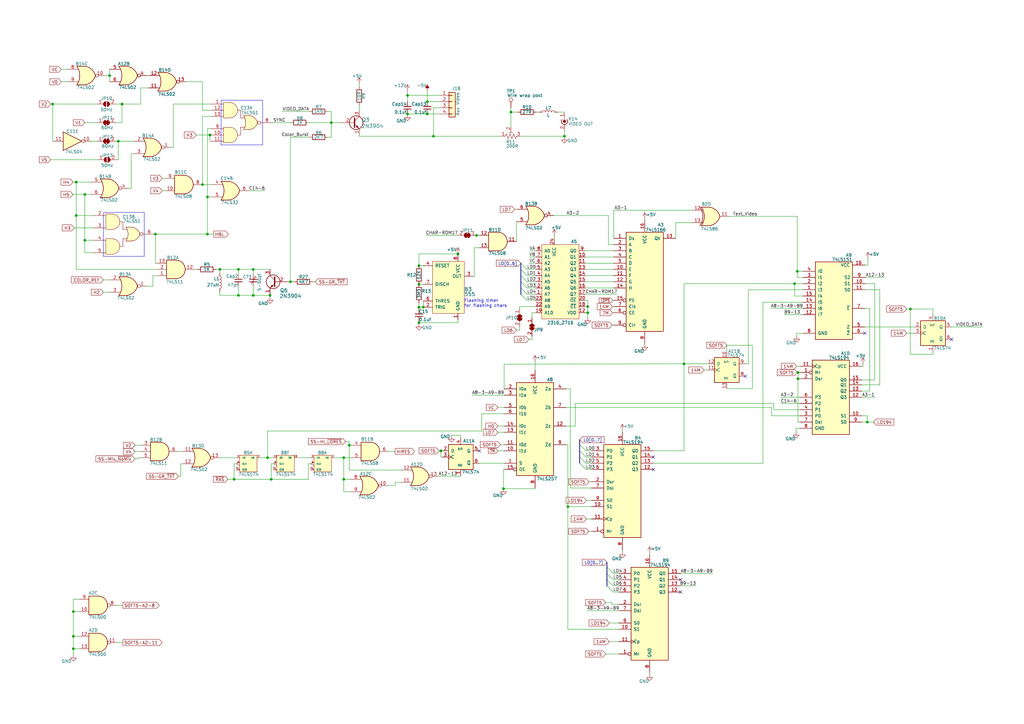
<source format=kicad_sch>
(kicad_sch (version 20230121) (generator eeschema)
  (paper "A3")
  (title_block (title "Apple II+ Schematic") (rev "0") (comment 1 "Captured from the Apple II Reference Manual (1979)"))
  (junction (at 30.099 266.065))
  (junction (at 187.833 104.14))
  (junction (at 97.79 110.49))
  (junction (at 50.038 42.672))
  (junction (at 103.886 121.158))
  (junction (at 90.17 110.49))
  (junction (at 30.099 260.985))
  (junction (at 232.918 207.772))
  (junction (at 177.8 55.88))
  (junction (at 140.97 196.596))
  (junction (at 173.609 125.984))
  (junction (at 175.26 46.736))
  (junction (at 97.79 121.158))
  (junction (at 327.279 155.321))
  (junction (at 34.798 79.756))
  (junction (at 167.132 46.736))
  (junction (at 241.046 125.73))
  (junction (at 180.848 184.912))
  (junction (at 48.514 57.912))
  (junction (at 44.958 30.988))
  (junction (at 135.89 50.292))
  (junction (at 119.126 115.57))
  (junction (at 373.38 126.746))
  (junction (at 209.55 45.974))
  (junction (at 241.046 128.27))
  (junction (at 143.256 182.626))
  (junction (at 30.099 250.825))
  (junction (at 96.012 196.596))
  (junction (at 280.543 149.225))
  (junction (at 85.09 96.012))
  (junction (at 21.59 42.672))
  (junction (at 327.279 152.781))
  (junction (at 171.831 132.334))
  (junction (at 86.106 55.372))
  (junction (at 206.502 200.406))
  (junction (at 355.727 173.101))
  (junction (at 195.453 96.52))
  (junction (at 327.025 111.252))
  (junction (at 231.521 55.88))
  (junction (at 103.886 110.49))
  (junction (at 83.058 75.692))
  (junction (at 31.242 74.676))
  (junction (at 167.132 39.116))
  (junction (at 171.831 116.586))
  (junction (at 171.831 108.966))
  (junction (at 325.882 116.332))
  (junction (at 111.252 196.596))
  (junction (at 34.798 98.552))
  (junction (at 140.97 187.706))
  (junction (at 171.831 125.984))
  (junction (at 109.728 187.706))
  (junction (at 31.242 88.392))
  (junction (at 63.754 96.012))
  (junction (at 85.09 80.772))
  (junction (at 110.744 121.158))
  (junction (at 175.26 41.656))
  (no_connect (at 390.271 139.192))
  (no_connect (at 305.689 154.305))
  (no_connect (at 267.97 187.452))
  (no_connect (at 279.146 242.824))
  (no_connect (at 354.711 136.652))
  (no_connect (at 279.146 237.744))
  (no_connect (at 196.596 184.912))
  (no_connect (at 267.97 192.532))
  (bus_entry (at 216.154 118.11) (size -2.54 -2.54))
  (bus_entry (at 237.744 189.992) (size 2.54 2.54))
  (bus_entry (at 248.92 240.284) (size 2.54 2.54))
  (bus_entry (at 248.92 235.204) (size 2.54 2.54))
  (bus_entry (at 237.744 187.452) (size 2.54 2.54))
  (bus_entry (at 216.154 115.57) (size -2.54 -2.54))
  (bus_entry (at 216.154 123.19) (size -2.54 -2.54))
  (bus_entry (at 237.744 184.912) (size 2.54 2.54))
  (bus_entry (at 216.154 120.65) (size -2.54 -2.54))
  (bus_entry (at 248.92 237.744) (size 2.54 2.54))
  (bus_entry (at 237.744 182.372) (size 2.54 2.54))
  (bus_entry (at 216.154 110.49) (size -2.54 -2.54))
  (bus_entry (at 248.92 232.664) (size 2.54 2.54))
  (bus_entry (at 216.154 113.03) (size -2.54 -2.54))
  (wire (pts (xy 171.831 116.586) (xy 173.609 116.586)))
  (wire (pts (xy 251.079 133.35) (xy 251.714 133.35)))
  (wire (pts (xy 30.099 245.745) (xy 30.099 250.825)))
  (wire (pts (xy 44.958 28.448) (xy 44.958 30.988)))
  (wire (pts (xy 126.492 196.596) (xy 126.492 190.246)))
  (wire (pts (xy 211.074 85.852) (xy 211.836 85.852)))
  (wire (pts (xy 326.517 175.641) (xy 328.041 175.641)))
  (wire (pts (xy 21.59 42.672) (xy 39.878 42.672)))
  (wire (pts (xy 119.126 56.261) (xy 119.126 115.57)))
  (wire (pts (xy 241.554 217.932) (xy 242.57 217.932)))
  (wire (pts (xy 103.886 112.522) (xy 103.886 110.49)))
  (bus (pts (xy 248.92 237.744) (xy 248.92 240.284)))
  (wire (pts (xy 249.555 100.33) (xy 251.714 100.33)))
  (wire (pts (xy 354.711 134.112) (xy 375.031 134.112)))
  (wire (pts (xy 373.38 126.746) (xy 382.651 126.746)))
  (wire (pts (xy 240.284 192.532) (xy 242.57 192.532)))
  (wire (pts (xy 167.132 39.116) (xy 167.132 41.656)))
  (wire (pts (xy 219.456 200.406) (xy 219.456 200.152)))
  (wire (pts (xy 57.658 36.068) (xy 60.96 36.068)))
  (wire (pts (xy 34.798 50.292) (xy 39.878 50.292)))
  (wire (pts (xy 121.92 187.706) (xy 127.508 187.706)))
  (wire (pts (xy 353.949 150.241) (xy 353.441 150.241)))
  (wire (pts (xy 53.848 62.992) (xy 54.864 62.992)))
  (wire (pts (xy 211.836 99.06) (xy 211.836 90.932)))
  (wire (pts (xy 25.146 33.528) (xy 27.686 33.528)))
  (wire (pts (xy 162.052 199.136) (xy 162.052 197.866)))
  (wire (pts (xy 206.756 149.352) (xy 280.543 149.225)))
  (wire (pts (xy 241.554 197.612) (xy 242.57 197.612)))
  (wire (pts (xy 195.326 96.52) (xy 195.453 96.52)))
  (wire (pts (xy 213.36 55.88) (xy 231.521 55.88)))
  (wire (pts (xy 316.484 167.132) (xy 316.484 170.561)))
  (wire (pts (xy 306.959 118.872) (xy 329.311 118.872)))
  (wire (pts (xy 353.441 170.561) (xy 355.727 170.561)))
  (wire (pts (xy 329.311 113.792) (xy 327.025 113.792)))
  (wire (pts (xy 240.03 120.65) (xy 253.111 120.65)))
  (wire (pts (xy 29.972 74.676) (xy 31.242 74.676)))
  (wire (pts (xy 85.09 52.832) (xy 85.09 80.772)))
  (wire (pts (xy 147.32 55.372) (xy 147.32 55.88)))
  (wire (pts (xy 115.824 45.72) (xy 126.873 45.72)))
  (wire (pts (xy 20.828 65.532) (xy 40.132 65.532)))
  (wire (pts (xy 197.612 169.672) (xy 206.756 169.672)))
  (wire (pts (xy 97.79 117.602) (xy 97.79 121.158)))
  (wire (pts (xy 34.798 103.632) (xy 38.354 103.632)))
  (wire (pts (xy 219.964 45.974) (xy 221.107 45.974)))
  (wire (pts (xy 360.807 118.872) (xy 360.807 157.861)))
  (wire (pts (xy 231.521 45.974) (xy 228.727 45.974)))
  (wire (pts (xy 280.543 184.912) (xy 267.97 184.912)))
  (wire (pts (xy 232.156 167.132) (xy 316.484 167.132)))
  (wire (pts (xy 316.484 170.561) (xy 328.041 170.561)))
  (wire (pts (xy 143.256 192.786) (xy 164.592 192.786)))
  (wire (pts (xy 250.952 247.904) (xy 253.746 247.904)))
  (wire (pts (xy 140.97 187.706) (xy 140.97 196.596)))
  (wire (pts (xy 47.498 50.292) (xy 50.038 50.292)))
  (wire (pts (xy 42.926 30.988) (xy 44.958 30.988)))
  (bus (pts (xy 213.614 110.49) (xy 213.614 113.03)))
  (wire (pts (xy 240.284 187.452) (xy 242.57 187.452)))
  (wire (pts (xy 264.414 141.224) (xy 264.414 140.97)))
  (wire (pts (xy 249.555 88.392) (xy 249.555 100.33)))
  (wire (pts (xy 126.492 190.246) (xy 127.508 190.246)))
  (wire (pts (xy 143.256 181.102) (xy 143.256 182.626)))
  (wire (pts (xy 187.833 132.334) (xy 187.833 131.064)))
  (wire (pts (xy 97.79 121.158) (xy 103.886 121.158)))
  (wire (pts (xy 42.418 119.888) (xy 44.958 119.888)))
  (wire (pts (xy 56.642 187.706) (xy 57.912 187.706)))
  (wire (pts (xy 320.167 165.481) (xy 328.041 165.481)))
  (wire (pts (xy 30.48 93.472) (xy 38.354 93.472)))
  (wire (pts (xy 358.267 173.101) (xy 355.727 173.101)))
  (wire (pts (xy 216.154 123.19) (xy 219.71 123.19)))
  (wire (pts (xy 90.17 110.49) (xy 88.646 110.49)))
  (wire (pts (xy 137.16 187.706) (xy 140.97 187.706)))
  (polyline (pts (xy 90.678 41.148) (xy 90.678 59.436)))
  (bus (pts (xy 213.614 113.03) (xy 213.614 115.57)))
  (wire (pts (xy 382.651 145.288) (xy 373.38 145.288)))
  (wire (pts (xy 30.099 266.065) (xy 30.099 268.605)))
  (wire (pts (xy 47.752 65.532) (xy 48.514 65.532)))
  (wire (pts (xy 22.098 57.912) (xy 21.59 57.912)))
  (wire (pts (xy 255.27 176.53) (xy 255.27 177.292)))
  (wire (pts (xy 232.156 174.752) (xy 235.966 174.752)))
  (wire (pts (xy 327.025 111.252) (xy 327.025 88.773)))
  (polyline (pts (xy 107.696 41.148) (xy 90.678 41.148)))
  (wire (pts (xy 30.099 260.985) (xy 30.099 266.065)))
  (wire (pts (xy 74.168 190.246) (xy 74.93 190.246)))
  (bus (pts (xy 248.92 230.632) (xy 248.92 232.664)))
  (wire (pts (xy 219.456 148.336) (xy 219.456 151.892)))
  (wire (pts (xy 147.32 55.88) (xy 177.8 55.88)))
  (wire (pts (xy 86.106 55.372) (xy 86.106 57.912)))
  (wire (pts (xy 20.828 42.672) (xy 21.59 42.672)))
  (wire (pts (xy 29.972 79.756) (xy 34.798 79.756)))
  (wire (pts (xy 216.154 115.57) (xy 219.71 115.57)))
  (wire (pts (xy 31.242 74.676) (xy 37.338 74.676)))
  (wire (pts (xy 326.771 136.652) (xy 329.311 136.652)))
  (wire (pts (xy 232.918 207.772) (xy 232.918 258.064)))
  (bus (pts (xy 237.744 180.34) (xy 237.744 182.372)))
  (wire (pts (xy 402.971 134.112) (xy 390.271 134.112)))
  (wire (pts (xy 233.934 200.152) (xy 242.57 200.152)))
  (wire (pts (xy 47.498 57.912) (xy 48.514 57.912)))
  (wire (pts (xy 317.373 168.021) (xy 328.041 168.021)))
  (wire (pts (xy 188.976 178.562) (xy 188.976 179.832)))
  (wire (pts (xy 55.372 185.166) (xy 57.912 185.166)))
  (wire (pts (xy 140.97 196.596) (xy 143.764 196.596)))
  (wire (pts (xy 50.419 263.525) (xy 47.879 263.525)))
  (wire (pts (xy 325.882 121.412) (xy 325.882 116.332)))
  (wire (pts (xy 312.928 123.952) (xy 329.311 123.952)))
  (wire (pts (xy 66.548 78.232) (xy 67.818 78.232)))
  (wire (pts (xy 316.103 126.492) (xy 329.311 126.492)))
  (wire (pts (xy 90.17 187.706) (xy 97.028 187.706)))
  (wire (pts (xy 373.38 145.288) (xy 373.38 126.746)))
  (wire (pts (xy 231.521 53.594) (xy 231.521 55.88)))
  (wire (pts (xy 194.183 113.284) (xy 194.564 113.284)))
  (wire (pts (xy 362.712 113.792) (xy 354.965 113.792)))
  (wire (pts (xy 353.441 157.861) (xy 360.807 157.861)))
  (wire (pts (xy 354.965 118.872) (xy 360.807 118.872)))
  (wire (pts (xy 42.418 114.808) (xy 44.958 114.808)))
  (wire (pts (xy 204.216 184.912) (xy 206.756 184.912)))
  (wire (pts (xy 266.446 226.822) (xy 266.446 227.584)))
  (wire (pts (xy 83.058 75.692) (xy 86.868 75.692)))
  (wire (pts (xy 358.775 116.332) (xy 358.775 155.829)))
  (wire (pts (xy 382.651 144.272) (xy 382.651 145.288)))
  (wire (pts (xy 171.831 104.14) (xy 187.833 104.14)))
  (wire (pts (xy 25.146 28.448) (xy 27.686 28.448)))
  (wire (pts (xy 251.714 97.79) (xy 251.714 86.233)))
  (wire (pts (xy 32.639 250.825) (xy 30.099 250.825)))
  (wire (pts (xy 62.738 117.348) (xy 62.738 113.03)))
  (wire (pts (xy 327.025 111.252) (xy 329.311 111.252)))
  (wire (pts (xy 63.754 107.95) (xy 63.754 96.012)))
  (wire (pts (xy 103.886 117.602) (xy 103.886 121.158)))
  (wire (pts (xy 32.639 266.065) (xy 30.099 266.065)))
  (wire (pts (xy 240.03 113.03) (xy 251.714 113.03)))
  (wire (pts (xy 171.831 104.14) (xy 171.831 108.966)))
  (wire (pts (xy 240.284 189.992) (xy 242.57 189.992)))
  (wire (pts (xy 251.206 128.27) (xy 251.714 128.27)))
  (bus (pts (xy 248.92 232.664) (xy 248.92 235.204)))
  (wire (pts (xy 175.26 41.656) (xy 180.34 41.656)))
  (bus (pts (xy 213.614 115.57) (xy 213.614 118.11)))
  (wire (pts (xy 180.086 184.912) (xy 180.848 184.912)))
  (wire (pts (xy 232.918 182.372) (xy 232.918 207.772)))
  (wire (pts (xy 34.798 79.756) (xy 37.338 79.756)))
  (wire (pts (xy 264.414 89.789) (xy 264.414 90.17)))
  (wire (pts (xy 241.046 125.73) (xy 241.046 128.27)))
  (polyline (pts (xy 90.678 59.436) (xy 107.696 59.436)))
  (wire (pts (xy 298.069 141.605) (xy 298.069 144.145)))
  (wire (pts (xy 217.043 105.41) (xy 219.71 105.41)))
  (wire (pts (xy 118.364 115.57) (xy 119.126 115.57)))
  (wire (pts (xy 292.354 235.204) (xy 279.146 235.204)))
  (wire (pts (xy 34.798 98.552) (xy 38.354 98.552)))
  (wire (pts (xy 196.596 189.992) (xy 206.756 189.992)))
  (wire (pts (xy 280.543 149.225) (xy 290.449 149.225)))
  (wire (pts (xy 204.216 177.292) (xy 206.756 177.292)))
  (polyline (pts (xy 59.182 105.156) (xy 42.418 105.156)))
  (wire (pts (xy 111.252 190.246) (xy 111.252 196.596)))
  (wire (pts (xy 134.493 45.72) (xy 135.89 45.72)))
  (wire (pts (xy 235.966 165.481) (xy 317.373 165.481)))
  (wire (pts (xy 355.727 173.101) (xy 353.441 173.101)))
  (wire (pts (xy 327.279 155.321) (xy 328.041 155.321)))
  (wire (pts (xy 139.7 50.292) (xy 135.89 50.292)))
  (wire (pts (xy 218.186 130.302) (xy 218.186 128.27)))
  (wire (pts (xy 356.743 126.492) (xy 356.743 160.401)))
  (wire (pts (xy 240.03 105.41) (xy 251.714 105.41)))
  (wire (pts (xy 60.198 30.988) (xy 60.96 30.988)))
  (wire (pts (xy 171.831 131.826) (xy 171.831 132.334)))
  (wire (pts (xy 73.152 185.166) (xy 74.93 185.166)))
  (wire (pts (xy 209.55 45.974) (xy 209.55 52.07)))
  (wire (pts (xy 204.216 167.132) (xy 206.756 167.132)))
  (wire (pts (xy 159.004 199.136) (xy 162.052 199.136)))
  (wire (pts (xy 382.651 126.746) (xy 382.651 129.032)))
  (wire (pts (xy 38.354 88.392) (xy 31.242 88.392)))
  (wire (pts (xy 188.976 195.326) (xy 188.976 195.072)))
  (wire (pts (xy 56.642 188.214) (xy 56.642 187.706)))
  (wire (pts (xy 135.89 56.261) (xy 135.89 50.292)))
  (wire (pts (xy 204.216 174.752) (xy 206.756 174.752)))
  (wire (pts (xy 109.728 187.706) (xy 112.268 187.706)))
  (wire (pts (xy 62.738 113.03) (xy 64.516 113.03)))
  (wire (pts (xy 57.658 42.672) (xy 57.658 36.068)))
  (wire (pts (xy 180.848 184.912) (xy 180.848 187.452)))
  (wire (pts (xy 96.012 196.596) (xy 111.252 196.596)))
  (wire (pts (xy 53.848 77.216) (xy 53.848 62.992)))
  (wire (pts (xy 325.882 116.332) (xy 329.311 116.332)))
  (wire (pts (xy 216.154 113.03) (xy 219.71 113.03)))
  (wire (pts (xy 162.052 185.166) (xy 159.512 185.166)))
  (wire (pts (xy 48.514 65.532) (xy 48.514 57.912)))
  (wire (pts (xy 205.232 182.372) (xy 206.756 182.372)))
  (wire (pts (xy 327.025 152.781) (xy 327.279 152.781)))
  (wire (pts (xy 279.146 240.284) (xy 285.496 240.284)))
  (wire (pts (xy 216.154 120.65) (xy 219.71 120.65)))
  (wire (pts (xy 371.856 126.746) (xy 373.38 126.746)))
  (wire (pts (xy 110.744 121.92) (xy 110.744 121.158)))
  (wire (pts (xy 267.97 189.992) (xy 312.928 189.992)))
  (wire (pts (xy 175.26 46.736) (xy 180.34 46.736)))
  (wire (pts (xy 195.453 96.52) (xy 196.596 96.52)))
  (wire (pts (xy 119.126 115.57) (xy 120.65 115.57)))
  (wire (pts (xy 83.058 75.692) (xy 83.058 47.752)))
  (bus (pts (xy 237.744 184.912) (xy 237.744 187.452)))
  (wire (pts (xy 248.412 268.224) (xy 253.746 268.224)))
  (wire (pts (xy 358.775 162.941) (xy 353.441 162.941)))
  (wire (pts (xy 171.831 132.334) (xy 187.833 132.334)))
  (wire (pts (xy 30.099 250.825) (xy 30.099 260.985)))
  (polyline (pts (xy 107.696 59.436) (xy 107.696 41.148)))
  (bus (pts (xy 213.614 107.95) (xy 213.614 110.49)))
  (wire (pts (xy 85.09 96.012) (xy 85.09 80.772)))
  (wire (pts (xy 251.333 123.19) (xy 251.714 123.19)))
  (wire (pts (xy 242.57 207.772) (xy 232.918 207.772)))
  (wire (pts (xy 216.916 139.192) (xy 218.186 139.192)))
  (wire (pts (xy 306.959 118.872) (xy 306.959 149.225)))
  (wire (pts (xy 173.609 125.984) (xy 171.831 125.984)))
  (wire (pts (xy 85.09 96.012) (xy 87.63 96.012)))
  (wire (pts (xy 206.756 192.532) (xy 206.502 192.532)))
  (wire (pts (xy 371.856 136.652) (xy 375.031 136.652)))
  (wire (pts (xy 266.446 276.606) (xy 266.446 275.844)))
  (wire (pts (xy 93.472 196.596) (xy 96.012 196.596)))
  (wire (pts (xy 251.206 125.73) (xy 251.714 125.73)))
  (wire (pts (xy 31.242 88.392) (xy 31.242 74.676)))
  (wire (pts (xy 167.132 46.736) (xy 167.132 46.99)))
  (wire (pts (xy 277.114 91.313) (xy 283.845 91.313)))
  (wire (pts (xy 317.373 165.481) (xy 317.373 168.021)))
  (wire (pts (xy 327.025 113.792) (xy 327.025 111.252)))
  (wire (pts (xy 52.578 77.216) (xy 53.848 77.216)))
  (wire (pts (xy 232.156 182.372) (xy 232.918 182.372)))
  (wire (pts (xy 249.936 255.524) (xy 253.746 255.524)))
  (wire (pts (xy 64.516 107.95) (xy 63.754 107.95)))
  (wire (pts (xy 299.085 88.773) (xy 327.025 88.773)))
  (wire (pts (xy 280.543 116.332) (xy 280.543 149.225)))
  (wire (pts (xy 216.154 110.49) (xy 219.71 110.49)))
  (wire (pts (xy 240.03 102.87) (xy 251.714 102.87)))
  (bus (pts (xy 213.614 118.11) (xy 213.614 120.65)))
  (wire (pts (xy 326.771 137.668) (xy 326.771 136.652)))
  (wire (pts (xy 143.764 201.676) (xy 140.97 201.676)))
  (wire (pts (xy 135.89 45.72) (xy 135.89 50.292)))
  (wire (pts (xy 102.108 78.232) (xy 108.712 78.232)))
  (polyline (pts (xy 42.418 105.156) (xy 42.418 87.122)))
  (wire (pts (xy 187.833 96.52) (xy 174.752 96.52)))
  (polyline (pts (xy 42.672 87.122) (xy 59.182 87.122)))
  (wire (pts (xy 251.714 86.233) (xy 283.845 86.233)))
  (wire (pts (xy 240.538 212.852) (xy 242.57 212.852)))
  (wire (pts (xy 354.711 126.492) (xy 356.743 126.492)))
  (wire (pts (xy 251.46 237.744) (xy 253.746 237.744)))
  (wire (pts (xy 48.514 57.912) (xy 54.864 57.912)))
  (wire (pts (xy 355.727 170.561) (xy 355.727 173.101)))
  (polyline (pts (xy 59.182 87.122) (xy 59.182 105.156)))
  (wire (pts (xy 96.012 190.246) (xy 96.012 196.596)))
  (wire (pts (xy 327.279 173.101) (xy 328.041 173.101)))
  (wire (pts (xy 312.928 123.952) (xy 312.928 189.992)))
  (wire (pts (xy 216.154 118.11) (xy 219.71 118.11)))
  (wire (pts (xy 171.831 125.984) (xy 171.831 124.206)))
  (wire (pts (xy 103.886 110.49) (xy 97.79 110.49)))
  (wire (pts (xy 140.97 187.706) (xy 144.272 187.706)))
  (wire (pts (xy 32.639 260.985) (xy 30.099 260.985)))
  (wire (pts (xy 90.17 121.158) (xy 97.79 121.158)))
  (wire (pts (xy 180.34 44.196) (xy 177.8 44.196)))
  (wire (pts (xy 193.548 162.052) (xy 206.756 162.052)))
  (wire (pts (xy 86.614 52.832) (xy 85.09 52.832)))
  (wire (pts (xy 167.132 39.116) (xy 180.34 39.116)))
  (wire (pts (xy 206.756 159.512) (xy 206.756 149.352)))
  (wire (pts (xy 308.61 141.605) (xy 298.069 141.605)))
  (wire (pts (xy 103.886 110.49) (xy 110.744 110.49)))
  (wire (pts (xy 218.186 139.192) (xy 218.186 137.922)))
  (bus (pts (xy 213.614 120.65) (xy 213.614 120.777)))
  (wire (pts (xy 353.949 149.225) (xy 353.949 150.241)))
  (wire (pts (xy 212.344 45.974) (xy 209.55 45.974)))
  (wire (pts (xy 83.058 47.752) (xy 86.614 47.752)))
  (bus (pts (xy 237.744 187.452) (xy 237.744 189.992)))
  (wire (pts (xy 232.156 159.512) (xy 233.934 159.512)))
  (wire (pts (xy 251.46 240.284) (xy 253.746 240.284)))
  (wire (pts (xy 211.836 135.382) (xy 213.106 135.382)))
  (wire (pts (xy 147.32 43.18) (xy 147.32 45.212)))
  (wire (pts (xy 241.046 123.19) (xy 241.046 125.73)))
  (wire (pts (xy 90.17 119.634) (xy 90.17 121.158)))
  (wire (pts (xy 327.279 152.781) (xy 327.279 155.321)))
  (wire (pts (xy 37.338 57.912) (xy 39.878 57.912)))
  (wire (pts (xy 97.79 110.49) (xy 90.17 110.49)))
  (wire (pts (xy 167.132 46.736) (xy 175.26 46.736)))
  (wire (pts (xy 128.27 115.57) (xy 129.286 115.57)))
  (wire (pts (xy 217.043 107.95) (xy 219.71 107.95)))
  (wire (pts (xy 326.771 150.241) (xy 328.041 150.241)))
  (wire (pts (xy 109.728 176.784) (xy 197.612 176.784)))
  (wire (pts (xy 71.12 42.672) (xy 86.614 42.672)))
  (wire (pts (xy 249.936 263.144) (xy 253.746 263.144)))
  (wire (pts (xy 83.058 45.212) (xy 86.614 45.212)))
  (wire (pts (xy 110.744 121.158) (xy 110.744 120.65)))
  (wire (pts (xy 171.831 132.334) (xy 171.831 132.842)))
  (wire (pts (xy 173.609 123.444) (xy 173.609 125.984)))
  (wire (pts (xy 355.981 106.045) (xy 355.981 108.712)))
  (wire (pts (xy 171.831 126.746) (xy 171.831 125.984)))
  (wire (pts (xy 112.268 190.246) (xy 111.252 190.246)))
  (wire (pts (xy 227.33 96.647) (xy 227.33 97.79)))
  (wire (pts (xy 97.79 112.522) (xy 97.79 110.49)))
  (wire (pts (xy 240.03 125.73) (xy 241.046 125.73)))
  (wire (pts (xy 71.12 60.452) (xy 71.12 42.672)))
  (wire (pts (xy 187.833 104.14) (xy 187.833 104.648)))
  (wire (pts (xy 34.798 79.756) (xy 34.798 98.552)))
  (wire (pts (xy 194.564 113.284) (xy 194.564 101.6)))
  (wire (pts (xy 255.27 226.314) (xy 255.27 225.552)))
  (wire (pts (xy 175.26 37.338) (xy 175.26 41.656)))
  (wire (pts (xy 50.038 42.672) (xy 47.498 42.672)))
  (wire (pts (xy 80.518 55.372) (xy 86.106 55.372)))
  (wire (pts (xy 298.069 159.385) (xy 308.61 159.385)))
  (wire (pts (xy 253.746 258.064) (xy 232.918 258.064)))
  (wire (pts (xy 119.126 56.261) (xy 126.873 56.261)))
  (wire (pts (xy 277.114 91.313) (xy 277.114 97.79)))
  (wire (pts (xy 90.17 112.014) (xy 90.17 110.49)))
  (wire (pts (xy 44.958 30.988) (xy 44.958 33.528)))
  (wire (pts (xy 209.55 44.196) (xy 209.55 45.974)))
  (wire (pts (xy 185.166 178.562) (xy 188.976 178.562)))
  (wire (pts (xy 60.198 117.348) (xy 62.738 117.348)))
  (wire (pts (xy 355.981 108.712) (xy 354.711 108.712)))
  (bus (pts (xy 237.744 182.372) (xy 237.744 184.912)))
  (wire (pts (xy 206.502 200.406) (xy 219.456 200.406)))
  (wire (pts (xy 86.106 57.912) (xy 86.614 57.912)))
  (wire (pts (xy 206.502 192.532) (xy 206.502 200.406)))
  (wire (pts (xy 218.186 128.27) (xy 219.71 128.27)))
  (bus (pts (xy 248.92 235.204) (xy 248.92 237.744)))
  (wire (pts (xy 213.106 135.382) (xy 213.106 134.112)))
  (wire (pts (xy 179.832 195.326) (xy 188.976 195.326)))
  (wire (pts (xy 248.412 247.142) (xy 250.952 247.142)))
  (wire (pts (xy 167.132 37.338) (xy 167.132 39.116)))
  (wire (pts (xy 177.8 55.88) (xy 205.74 55.88)))
  (wire (pts (xy 171.831 108.966) (xy 173.609 108.966)))
  (wire (pts (xy 31.242 110.49) (xy 64.516 110.49)))
  (wire (pts (xy 55.372 182.626) (xy 57.912 182.626)))
  (wire (pts (xy 73.152 195.326) (xy 74.168 195.326)))
  (wire (pts (xy 227.076 88.392) (xy 249.555 88.392)))
  (wire (pts (xy 143.256 182.626) (xy 144.272 182.626)))
  (wire (pts (xy 240.792 250.444) (xy 253.746 250.444)))
  (wire (pts (xy 85.09 80.772) (xy 86.868 80.772)))
  (wire (pts (xy 327.279 155.321) (xy 327.279 173.101)))
  (wire (pts (xy 213.106 125.73) (xy 219.71 125.73)))
  (wire (pts (xy 34.798 98.552) (xy 34.798 103.632)))
  (wire (pts (xy 321.564 129.032) (xy 329.311 129.032)))
  (wire (pts (xy 134.493 56.261) (xy 135.89 56.261)))
  (wire (pts (xy 180.848 187.452) (xy 181.356 187.452)))
  (wire (pts (xy 111.252 196.596) (xy 126.492 196.596)))
  (wire (pts (xy 356.743 160.401) (xy 353.441 160.401)))
  (wire (pts (xy 74.168 195.326) (xy 74.168 190.246)))
  (wire (pts (xy 86.106 55.372) (xy 86.614 55.372)))
  (wire (pts (xy 251.46 242.824) (xy 253.746 242.824)))
  (wire (pts (xy 241.046 128.27) (xy 241.046 130.302)))
  (wire (pts (xy 194.564 101.6) (xy 196.596 101.6)))
  (wire (pts (xy 135.89 50.292) (xy 126.746 50.292)))
  (wire (pts (xy 240.284 184.912) (xy 242.57 184.912)))
  (wire (pts (xy 329.311 121.412) (xy 325.882 121.412)))
  (wire (pts (xy 141.732 181.102) (xy 143.256 181.102)))
  (wire (pts (xy 70.104 60.452) (xy 71.12 60.452)))
  (wire (pts (xy 32.639 245.745) (xy 30.099 245.745)))
  (wire (pts (xy 79.756 110.49) (xy 81.026 110.49)))
  (wire (pts (xy 240.03 107.95) (xy 251.714 107.95)))
  (wire (pts (xy 112.014 50.292) (xy 119.126 50.292)))
  (wire (pts (xy 280.543 149.225) (xy 280.543 184.912)))
  (wire (pts (xy 235.966 165.481) (xy 235.966 174.752)))
  (wire (pts (xy 213.106 126.492) (xy 213.106 125.73)))
  (wire (pts (xy 76.2 33.528) (xy 83.058 33.528)))
  (wire (pts (xy 320.167 162.941) (xy 328.041 162.941)))
  (wire (pts (xy 231.521 55.88) (xy 231.521 56.134)))
  (wire (pts (xy 240.03 115.57) (xy 251.714 115.57)))
  (wire (pts (xy 217.17 102.87) (xy 219.71 102.87)))
  (wire (pts (xy 50.038 50.292) (xy 50.038 42.672)))
  (wire (pts (xy 55.372 188.214) (xy 56.642 188.214)))
  (wire (pts (xy 21.59 57.912) (xy 21.59 42.672)))
  (wire (pts (xy 185.166 178.816) (xy 185.166 178.562)))
  (wire (pts (xy 66.548 73.152) (xy 67.818 73.152)))
  (wire (pts (xy 250.952 247.142) (xy 250.952 247.904)))
  (wire (pts (xy 240.538 205.232) (xy 242.57 205.232)))
  (wire (pts (xy 83.058 33.528) (xy 83.058 45.212)))
  (wire (pts (xy 240.03 128.27) (xy 241.046 128.27)))
  (wire (pts (xy 308.61 159.385) (xy 308.61 141.605)))
  (wire (pts (xy 106.68 187.706) (xy 109.728 187.706)))
  (wire (pts (xy 280.543 116.332) (xy 325.882 116.332)))
  (wire (pts (xy 251.46 235.204) (xy 253.746 235.204)))
  (wire (pts (xy 326.517 177.165) (xy 326.517 175.641)))
  (wire (pts (xy 103.886 121.158) (xy 110.744 121.158)))
  (wire (pts (xy 162.052 197.866) (xy 164.592 197.866)))
  (wire (pts (xy 96.012 190.246) (xy 97.028 190.246)))
  (wire (pts (xy 240.03 118.11) (xy 251.714 118.11)))
  (wire (pts (xy 327.279 152.781) (xy 328.041 152.781)))
  (wire (pts (xy 358.775 155.829) (xy 353.441 155.829)))
  (wire (pts (xy 140.97 201.676) (xy 140.97 196.596)))
  (wire (pts (xy 305.689 149.225) (xy 306.959 149.225)))
  (wire (pts (xy 354.965 116.332) (xy 358.775 116.332)))
  (wire (pts (xy 31.242 88.392) (xy 31.242 110.49)))
  (wire (pts (xy 240.03 123.19) (xy 241.046 123.19)))
  (wire (pts (xy 180.848 184.912) (xy 181.356 184.912)))
  (wire (pts (xy 63.754 96.012) (xy 85.09 96.012)))
  (wire (pts (xy 109.728 187.706) (xy 109.728 176.784)))
  (wire (pts (xy 288.798 151.765) (xy 290.449 151.765)))
  (wire (pts (xy 177.8 44.196) (xy 177.8 55.88)))
  (wire (pts (xy 240.03 110.49) (xy 251.714 110.49)))
  (wire (pts (xy 50.419 248.285) (xy 47.879 248.285)))
  (wire (pts (xy 50.038 42.672) (xy 57.658 42.672)))
  (wire (pts (xy 147.32 34.29) (xy 147.32 35.56)))
  (wire (pts (xy 233.934 159.512) (xy 233.934 200.152)))
  (wire (pts (xy 197.612 176.784) (xy 197.612 169.672)))
  (wire (pts (xy 143.256 182.626) (xy 143.256 192.786)))
  (text "Flashing timer\nfor flashing chars" (at 190.373 126.238 0) (effects (font (size 1.27 1.27)) (justify left bottom)))
  (label "A8-3-A9-B9" (at 240.792 250.444 0))
  (label "LD4" (at 251.46 235.204 0))
  (label "VIDEO_DATA" (at 115.824 45.72 0))
  (label "LD1" (at 216.154 113.03 0))
  (label "LD2" (at 240.284 189.992 0))
  (label "LD7" (at 251.46 242.824 0))
  (label "VA" (at 217.17 102.87 0))
  (label "A3-1" (at 358.775 162.941 180))
  (label "Text_Video" (at 300.609 88.773 0))
  (label "A3-2" (at 232.283 88.392 0))
  (label "A12-13" (at 362.712 113.792 180))
  (label "LD1" (at 240.284 187.452 0))
  (label "LD3" (at 216.154 118.11 0))
  (label "A12-13" (at 179.832 195.326 0))
  (label "LD5" (at 216.154 123.19 0))
  (label "CHAR-ROM17" (at 240.03 120.65 0))
  (label "CHAR-ROM17" (at 187.833 96.52 180))
  (label "A3-1" (at 251.968 86.233 0))
  (label "B9-13" (at 285.496 240.284 180))
  (label "A8-3-A9-B9" (at 193.548 162.052 0))
  (label "SYNC" (at 112.014 50.292 0))
  (label "C14-6" (at 108.712 78.232 180))
  (label "LD0" (at 216.154 110.49 0))
  (label "LD6" (at 251.46 240.284 0))
  (label "LD5" (at 251.46 237.744 0))
  (label "C14-6" (at 320.167 165.481 0))
  (label "B9-13" (at 321.564 129.032 0))
  (label "A8-3-A9-B9" (at 292.354 235.204 180))
  (label "VIDEO_DATA" (at 402.971 134.112 180))
  (label "LD2" (at 216.154 115.57 0))
  (label "LD0" (at 240.284 184.912 0))
  (label "A3-2" (at 320.167 162.941 0))
  (label "A8-3-A9-B9" (at 316.103 126.492 0))
  (label "VC" (at 217.043 107.95 0))
  (label "VB" (at 217.043 105.41 0))
  (label "LD3" (at 240.284 192.532 0))
  (label "Color_Burst" (at 126.619 56.261 180))
  (label "LD4" (at 216.154 120.65 0))
  (global_label "V5" (shape input) (at 20.828 65.532 180) (property "Intersheetrefs" "${INTERSHEET_REFS}" (effects hide)))
  (global_label "VC" (shape input) (at 25.146 28.448 180) (property "Intersheetrefs" "${INTERSHEET_REFS}" (effects hide)))
  (global_label "LD7" (shape input) (at 211.074 85.852 180) (property "Intersheetrefs" "${INTERSHEET_REFS}" (effects hide)))
  (global_label "H2" (shape input) (at 42.418 119.888 180) (property "Intersheetrefs" "${INTERSHEET_REFS}" (effects hide)))
  (global_label "V4" (shape input) (at 66.548 78.232 180) (property "Intersheetrefs" "${INTERSHEET_REFS}" (effects hide)))
  (global_label "V0" (shape input) (at 25.146 33.528 180) (property "Intersheetrefs" "${INTERSHEET_REFS}" (effects hide)))
  (global_label "HBL" (shape output) (at 87.63 96.012 0) (property "Intersheetrefs" "${INTERSHEET_REFS}" (effects hide)))
  (global_label "14M" (shape input) (at 249.936 263.144 180) (property "Intersheetrefs" "${INTERSHEET_REFS}" (effects hide)))
  (global_label "COLOR_REF" (shape input) (at 42.418 114.808 180) (property "Intersheetrefs" "${INTERSHEET_REFS}" (effects hide)))
  (global_label "H5" (shape input) (at 29.972 79.756 180) (property "Intersheetrefs" "${INTERSHEET_REFS}" (effects hide)))
  (global_label "14M" (shape input) (at 326.771 150.241 180) (property "Intersheetrefs" "${INTERSHEET_REFS}" (effects hide)))
  (global_label "V3" (shape input) (at 66.548 73.152 180) (property "Intersheetrefs" "${INTERSHEET_REFS}" (effects hide)))
  (global_label "V1" (shape input) (at 34.798 50.292 180) (property "Intersheetrefs" "${INTERSHEET_REFS}" (effects hide)))
  (global_label "~{7M}" (shape input) (at 204.216 184.912 180) (effects (font (size 0.9906 0.9906))) (property "Intersheetrefs" "${INTERSHEET_REFS}" (effects hide)))
  (global_label "7M" (shape input) (at 251.206 128.27 180) (property "Intersheetrefs" "${INTERSHEET_REFS}" (effects hide)))
  (global_label "SOFT5" (shape input) (at 241.554 197.612 180) (property "Intersheetrefs" "${INTERSHEET_REFS}" (effects hide)))
  (global_label "SOFT5-A2-8" (shape output) (at 50.419 248.285 0) (property "Intersheetrefs" "${INTERSHEET_REFS}" (effects hide)))
  (global_label "SOFT5" (shape input) (at 248.412 268.224 180) (property "Intersheetrefs" "${INTERSHEET_REFS}" (effects hide)))
  (global_label "LD7" (shape input) (at 216.916 139.192 180) (property "Intersheetrefs" "${INTERSHEET_REFS}" (effects hide)))
  (global_label "SOFT5" (shape input) (at 241.554 217.932 180) (property "Intersheetrefs" "${INTERSHEET_REFS}" (effects hide)))
  (global_label "SOFT5" (shape input) (at 248.412 247.142 180) (property "Intersheetrefs" "${INTERSHEET_REFS}" (effects hide)))
  (global_label "SOFT5" (shape input) (at 371.856 126.746 180) (property "Intersheetrefs" "${INTERSHEET_REFS}" (effects hide)))
  (global_label "14M" (shape input) (at 240.538 212.852 180) (property "Intersheetrefs" "${INTERSHEET_REFS}" (effects hide)))
  (global_label "SOFT5" (shape input) (at 327.025 152.781 180) (property "Intersheetrefs" "${INTERSHEET_REFS}" (effects hide)))
  (global_label "H3" (shape input) (at 80.518 55.372 180) (property "Intersheetrefs" "${INTERSHEET_REFS}" (effects hide)))
  (global_label "LD[0..7]" (shape input) (at 237.744 180.34 0) (property "Intersheetrefs" "${INTERSHEET_REFS}" (effects hide)))
  (global_label "V2" (shape input) (at 55.372 182.626 180) (property "Intersheetrefs" "${INTERSHEET_REFS}" (effects hide)))
  (global_label "~{RAS}" (shape input) (at 93.472 196.596 180) (property "Intersheetrefs" "${INTERSHEET_REFS}" (effects hide)))
  (global_label "LD6" (shape input) (at 211.836 135.382 180) (property "Intersheetrefs" "${INTERSHEET_REFS}" (effects hide)))
  (global_label "V2" (shape input) (at 20.828 42.672 180) (property "Intersheetrefs" "${INTERSHEET_REFS}" (effects hide)))
  (global_label "SOFT5" (shape input) (at 251.079 133.35 180) (property "Intersheetrefs" "${INTERSHEET_REFS}" (effects hide)))
  (global_label "14M" (shape input) (at 288.798 151.765 180) (property "Intersheetrefs" "${INTERSHEET_REFS}" (effects hide)))
  (global_label "H4" (shape input) (at 29.972 74.676 180) (property "Intersheetrefs" "${INTERSHEET_REFS}" (effects hide)))
  (global_label "SS-HI_~{LORES}" (shape input) (at 141.732 181.102 180) (property "Intersheetrefs" "${INTERSHEET_REFS}" (effects hide)))
  (global_label "SOFT5" (shape input) (at 180.086 184.912 180) (property "Intersheetrefs" "${INTERSHEET_REFS}" (effects hide)))
  (global_label "VC" (shape input) (at 204.216 167.132 180) (property "Intersheetrefs" "${INTERSHEET_REFS}" (effects hide)))
  (global_label "H3" (shape input) (at 30.48 93.472 180) (property "Intersheetrefs" "${INTERSHEET_REFS}" (effects hide)))
  (global_label "SOFT5" (shape input) (at 298.069 141.605 180) (property "Intersheetrefs" "${INTERSHEET_REFS}" (effects hide)))
  (global_label "LD[0..6]" (shape input) (at 213.614 107.95 180) (property "Intersheetrefs" "${INTERSHEET_REFS}" (effects hide)))
  (global_label "SOFT5-A2-11" (shape output) (at 50.419 263.525 0) (property "Intersheetrefs" "${INTERSHEET_REFS}" (effects hide)))
  (global_label "SOFT5" (shape input) (at 205.232 182.372 180) (property "Intersheetrefs" "${INTERSHEET_REFS}" (effects hide)))
  (global_label "14M" (shape input) (at 251.206 125.73 180) (property "Intersheetrefs" "${INTERSHEET_REFS}" (effects hide)))
  (global_label "LD194" (shape input) (at 240.538 205.232 180) (property "Intersheetrefs" "${INTERSHEET_REFS}" (effects hide)))
  (global_label "H0" (shape input) (at 204.216 174.752 180) (property "Intersheetrefs" "${INTERSHEET_REFS}" (effects hide)))
  (global_label "SS-GR_~{TXT}" (shape input) (at 129.286 115.57 0) (property "Intersheetrefs" "${INTERSHEET_REFS}" (effects hide)))
  (global_label "SS-GR_~{TXT}" (shape input) (at 73.152 195.326 180) (property "Intersheetrefs" "${INTERSHEET_REFS}" (effects hide)))
  (global_label "LD7" (shape input) (at 204.216 177.292 180) (property "Intersheetrefs" "${INTERSHEET_REFS}" (effects hide)))
  (global_label "V4" (shape input) (at 55.372 185.166 180) (property "Intersheetrefs" "${INTERSHEET_REFS}" (effects hide)))
  (global_label "~{LDPS}" (shape input) (at 251.333 123.19 180) (effects (font (size 0.9906 0.9906))) (property "Intersheetrefs" "${INTERSHEET_REFS}" (effects hide)))
  (global_label "LD194" (shape input) (at 358.267 173.101 0) (property "Intersheetrefs" "${INTERSHEET_REFS}" (effects hide)))
  (global_label "SS-Mix_~{NoMix}" (shape input) (at 55.372 188.214 180) (property "Intersheetrefs" "${INTERSHEET_REFS}" (effects hide)))
  (global_label "14M" (shape input) (at 371.856 136.652 180) (property "Intersheetrefs" "${INTERSHEET_REFS}" (effects hide)))
  (global_label "HIRES" (shape output) (at 162.052 185.166 0) (property "Intersheetrefs" "${INTERSHEET_REFS}" (effects hide)))
  (global_label "LD194" (shape input) (at 249.936 255.524 180) (property "Intersheetrefs" "${INTERSHEET_REFS}" (effects hide)))
  (global_label "LD[0..7]" (shape input) (at 248.92 230.632 180) (property "Intersheetrefs" "${INTERSHEET_REFS}" (effects hide)))
  (symbol (lib_id "74xx:74LS00") (at 40.259 248.285 0) (unit 3)
    (property "Reference" "A2" (at 38.227 243.205 0))
    (property "Value" "74LS00" (at 40.005 253.111 0))
    (property "Datasheet" "http://www.ti.com/lit/gpn/sn74ls00" (effects hide))
    (instances (project "AppleII+" (path "" (reference "A2") (unit 3)) (path "" (reference "A?") (unit 1))))
  )
  (symbol (lib_id "74xx:74LS00") (at 40.259 263.525 0) (unit 4)
    (property "Reference" "A2" (at 38.227 258.445 0))
    (property "Value" "74LS00" (at 40.005 268.351 0))
    (property "Datasheet" "http://www.ti.com/lit/gpn/sn74ls00" (effects hide))
    (instances (project "AppleII+" (path "" (reference "A2") (unit 4)) (path "" (reference "A?") (unit 1))))
  )
  (symbol (lib_id "power:+5V") (at 264.414 89.789 0) (unit 1)
    (property "Reference" "#PWR0301" (effects hide))
    (property "Value" "+5V" (at 266.954 88.011 0))
  )
  (symbol (lib_id "power:+5V") (at 227.33 96.647 0) (unit 1)
    (property "Reference" "#PWR0305" (effects hide))
    (property "Value" "+5V" (at 228.092 93.345 0))
  )
  (symbol (lib_id "power:GND") (at 264.414 141.224 0) (unit 1)
    (property "Reference" "#PWR0307" (effects hide))
    (property "Value" "GND" (at 262.128 144.018 0))
  )
  (symbol (lib_id "AppleII+:74LS151") (at 342.011 118.872 0) (unit 1)
    (property "Reference" "A9" (at 349.377 104.648 0) (effects (justify right)))
    (property "Value" "74LS151" (at 349.631 106.426 0) (effects (justify right)))
    (property "Datasheet" "http://www.ti.com/lit/gpn/sn74LS151" (effects hide))
  )
  (symbol (lib_id "AppleII+:74LS194") (at 340.741 160.401 0) (unit 1)
    (property "Reference" "A10" (at 348.615 144.907 0) (effects (justify right)))
    (property "Value" "74LS194" (at 348.361 146.685 0) (effects (justify right)))
    (property "Datasheet" "http://www.ti.com/lit/gpn/sn74LS194" (effects hide))
  )
  (symbol (lib_id "power:GND") (at 206.502 200.406 0) (unit 1)
    (property "Reference" "#PWR0308" (effects hide))
    (property "Value" "GND" (at 204.216 203.2 0))
  )
  (symbol (lib_id "power:GND") (at 255.27 226.314 0) (unit 1)
    (property "Reference" "#PWR0309" (effects hide))
    (property "Value" "GND" (at 252.984 229.108 0))
  )
  (symbol (lib_id "power:GND") (at 326.517 177.165 0) (unit 1)
    (property "Reference" "#PWR0310" (effects hide))
    (property "Value" "GND" (at 324.231 179.959 0))
  )
  (symbol (lib_id "power:GND") (at 326.771 137.795 0) (unit 1)
    (property "Reference" "#PWR0311" (effects hide))
    (property "Value" "GND" (at 324.485 140.589 0))
  )
  (symbol (lib_id "power:+5V") (at 219.456 148.336 0) (unit 1)
    (property "Reference" "#PWR0312" (effects hide))
    (property "Value" "+5V" (at 221.996 146.558 0))
  )
  (symbol (lib_id "power:+5V") (at 255.27 176.53 0) (unit 1)
    (property "Reference" "#PWR0313" (effects hide))
    (property "Value" "+5V" (at 257.81 174.752 0))
  )
  (symbol (lib_id "Device:R") (at 84.836 110.49 90) (unit 1)
    (property "Reference" "R5" (at 84.836 108.458 90))
    (property "Value" "1K" (at 84.836 110.49 90))
  )
  (symbol (lib_id "Device:L") (at 90.17 115.824 0) (unit 1)
    (property "Reference" "L1" (at 87.63 114.3 0) (effects (justify left)))
    (property "Value" "27uH" (at 84.836 116.84 0) (effects (justify left)))
  )
  (symbol (lib_id "Device:C_Small") (at 97.79 115.062 0) (unit 1)
    (property "Reference" "Cap2" (at 92.71 113.284 0) (effects (justify left)))
    (property "Value" "47pf" (at 93.218 116.84 0) (effects (justify left)))
  )
  (symbol (lib_id "Device:C_Trim_Small") (at 103.886 115.062 0) (unit 1)
    (property "Reference" "CT3" (at 99.568 113.538 0) (effects (justify left)))
    (property "Value" "5-50pf" (at 106.426 119.38 90) (effects (justify left)))
  )
  (symbol (lib_id "power:GND") (at 110.744 121.92 0) (unit 1)
    (property "Reference" "#PWR0293" (effects hide))
    (property "Value" "GND" (at 107.95 124.46 0))
  )
  (symbol (lib_id "Device:R") (at 124.46 115.57 90) (unit 1)
    (property "Reference" "R27" (at 124.46 113.538 90))
    (property "Value" "4K7" (at 124.46 115.57 90))
  )
  (symbol (lib_id "74xx:74LS11") (at 65.532 185.166 0) (unit 2)
    (property "Reference" "B12" (at 64.008 180.34 0))
    (property "Value" "74LS11" (at 65.024 189.992 0))
    (property "Datasheet" "http://www.ti.com/lit/gpn/sn74LS11" (effects hide))
  )
  (symbol (lib_id "74xx:74LS02") (at 82.55 187.706 0) (unit 4)
    (property "Reference" "B13" (at 81.28 182.88 0))
    (property "Value" "74LS02" (at 81.534 192.532 0))
    (property "Datasheet" "http://www.ti.com/lit/gpn/sn74ls02" (effects hide))
  )
  (symbol (lib_id "AppleII+:74LS174") (at 101.854 190.246 0) (unit 1)
    (property "Reference" "B5" (at 103.632 185.674 0) (effects (justify right)))
    (property "Value" "74LS174" (at 106.172 194.564 0) (effects (justify right)))
  )
  (symbol (lib_id "AppleII+:74LS174") (at 117.094 190.246 0) (unit 6)
    (property "Reference" "B8" (at 118.872 185.674 0) (effects (justify right)))
    (property "Value" "74LS174" (at 121.412 194.564 0) (effects (justify right)))
  )
  (symbol (lib_id "AppleII+:74LS174") (at 132.334 190.246 0) (unit 1)
    (property "Reference" "B8" (at 134.112 185.674 0) (effects (justify right)))
    (property "Value" "74LS174" (at 136.652 194.564 0) (effects (justify right)))
  )
  (symbol (lib_id "74xx:74LS08") (at 151.892 185.166 0) (unit 2)
    (property "Reference" "B11" (at 150.622 180.086 0))
    (property "Value" "74LS08" (at 151.638 189.992 0))
    (property "Datasheet" "http://www.ti.com/lit/gpn/sn74LS08" (effects hide))
  )
  (symbol (lib_id "74xx:74LS166") (at 264.414 115.57 0) (unit 1)
    (property "Reference" "A3" (at 269.748 92.202 0) (effects (justify left)))
    (property "Value" "74LS166" (at 264.668 94.234 0) (effects (justify left)))
    (property "Datasheet" "http://www.ti.com/lit/gpn/sn74LS166" (effects hide))
  )
  (symbol (lib_id "74xx:74LS02") (at 172.212 195.326 0) (mirror x) (unit 4)
    (property "Reference" "A12" (at 170.942 190.5 0))
    (property "Value" "74LS02" (at 171.958 200.406 0))
    (property "Datasheet" "http://www.ti.com/lit/gpn/sn74ls02" (effects hide))
  )
  (symbol (lib_id "74xx:74LS02") (at 151.384 199.136 0) (unit 3)
    (property "Reference" "A12" (at 150.114 194.31 0))
    (property "Value" "74LS02" (at 150.368 203.962 0))
    (property "Datasheet" "http://www.ti.com/lit/gpn/sn74ls02" (effects hide))
  )
  (symbol (lib_id "74xx:74LS02") (at 219.456 88.392 0) (mirror x) (unit 2)
    (property "Reference" "B13" (at 217.932 83.566 0))
    (property "Value" "74LS02" (at 218.948 93.472 0))
    (property "Datasheet" "http://www.ti.com/lit/gpn/sn74ls02" (effects hide))
  )
  (symbol (lib_id "74xx:74LS08") (at 204.216 99.06 0) (unit 4)
    (property "Reference" "B11" (at 202.946 94.234 0))
    (property "Value" "74LS08" (at 203.962 103.886 0))
    (property "Datasheet" "http://www.ti.com/lit/gpn/sn74LS08" (effects hide))
  )
  (symbol (lib_id "74xx:74LS86") (at 291.465 88.773 0) (unit 4)
    (property "Reference" "B2" (at 289.687 83.693 0))
    (property "Value" "74LS86" (at 290.957 93.853 0))
    (property "Datasheet" "74xx/74ls86.pdf" (effects hide))
  )
  (symbol (lib_id "74xx:74LS257") (at 219.456 174.752 0) (unit 1)
    (property "Reference" "A8" (at 225.552 155.702 0))
    (property "Value" "74LS257" (at 224.282 196.342 0))
    (property "Datasheet" "http://www.ti.com/lit/gpn/sn74LS257" (effects hide))
  )
  (symbol (lib_id "74xx:74LS74") (at 188.976 187.452 0) (unit 1)
    (property "Reference" "A11" (at 192.278 180.848 0))
    (property "Value" "74LS74" (at 193.04 193.548 0))
    (property "Datasheet" "74xx/74hc_hct74.pdf" (effects hide))
  )
  (symbol (lib_id "74xx:74LS74") (at 382.651 136.652 0) (unit 1)
    (property "Reference" "B10" (at 385.445 130.556 0))
    (property "Value" "74LS74" (at 386.461 142.748 0))
    (property "Datasheet" "74xx/74hc_hct74.pdf" (effects hide))
  )
  (symbol (lib_id "74xx:74LS74") (at 298.069 151.765 0) (unit 2)
    (property "Reference" "A11" (at 301.117 144.018 0))
    (property "Value" "74LS74" (at 301.752 145.669 0))
    (property "Datasheet" "74xx/74hc_hct74.pdf" (effects hide))
  )
  (symbol (lib_id "74xx:74LS194") (at 255.27 200.152 0) (unit 1)
    (property "Reference" "B4" (at 261.62 179.578 0))
    (property "Value" "74LS194" (at 259.588 181.356 0))
    (property "Datasheet" "http://www.ti.com/lit/gpn/sn74LS194" (effects hide))
  )
  (symbol (lib_id "74xx:74LS194") (at 266.446 250.444 0) (unit 1)
    (property "Reference" "B9" (at 273.05 229.87 0))
    (property "Value" "74LS194" (at 270.764 231.648 0))
    (property "Datasheet" "http://www.ti.com/lit/gpn/sn74LS194" (effects hide))
  )
  (symbol (lib_id "power:+5V") (at 355.981 106.045 0) (unit 1)
    (property "Reference" "#PWR0314" (effects hide))
    (property "Value" "+5V" (at 358.521 104.267 0))
  )
  (symbol (lib_id "power:GND") (at 185.166 178.816 0) (unit 1)
    (property "Reference" "#PWR0294" (effects hide))
    (property "Value" "GND" (at 182.626 179.07 0))
  )
  (symbol (lib_id "Device:R_Potentiometer_Trim_US") (at 209.55 55.88 90) (unit 1)
    (property "Reference" "R11" (at 207.518 58.166 90) (effects (justify right)))
    (property "Value" "200R" (at 207.518 59.944 90) (effects (justify right)))
  )
  (symbol (lib_id "Device:R") (at 216.154 45.974 90) (unit 1)
    (property "Reference" "R10" (at 216.154 43.942 90))
    (property "Value" "27R" (at 216.154 45.974 90))
  )
  (symbol (lib_id "Connector:Conn_Coaxial_Power") (at 231.521 48.514 0) (unit 1)
    (property "Reference" "K14" (at 233.045 48.768 0) (effects (justify left)))
    (property "Value" "VIDEO OUT" (at 233.045 50.8 0) (effects (justify left)))
  )
  (symbol (lib_id "Connector:TestPoint") (at 209.55 44.196 0) (unit 1)
    (property "Reference" "TP1" (at 207.772 37.338 0) (effects (justify left)))
    (property "Value" "Wire wrap post" (at 208.026 39.116 0) (effects (justify left)))
  )
  (symbol (lib_id "power:GND") (at 231.521 56.134 0) (unit 1)
    (property "Reference" "#PWR0296" (effects hide))
    (property "Value" "GND" (at 234.823 57.658 0))
  )
  (symbol (lib_id "Connector_Generic:Conn_01x04") (at 185.42 41.656 0) (unit 1)
    (property "Reference" "J18" (at 188.976 36.322 0) (effects (justify right)))
    (property "Value" "Aux Video" (at 187.706 37.846 90) (effects (justify right)))
  )
  (symbol (lib_id "power:GND") (at 167.132 46.99 0) (unit 1)
    (property "Reference" "#PWR0295" (effects hide))
    (property "Value" "GND" (at 164.592 49.53 0))
  )
  (symbol (lib_id "power:-5V") (at 175.26 37.338 0) (unit 1)
    (property "Reference" "#PWR0297" (effects hide))
    (property "Value" "-5V" (at 172.974 35.052 0))
  )
  (symbol (lib_id "power:+12V") (at 167.132 37.338 0) (unit 1)
    (property "Reference" "#PWR0298" (effects hide))
    (property "Value" "+12V" (at 164.084 35.052 0))
  )
  (symbol (lib_id "power:+5V") (at 353.949 149.225 0) (unit 1)
    (property "Reference" "#PWR0315" (effects hide))
    (property "Value" "+5V" (at 352.933 145.923 0))
  )
  (symbol (lib_id "Device:C_Small") (at 175.26 44.196 180) (unit 1)
    (property "Reference" "Cap13" (at 175.006 42.672 0) (effects (justify left)))
    (property "Value" "0.1uf" (at 175.006 45.974 0) (effects (justify left)))
  )
  (symbol (lib_id "AppleII+:2316_2716") (at 229.87 120.65 0) (unit 1)
    (property "Reference" "A5" (at 235.458 99.06 0))
    (property "Value" "2316_2716" (at 229.87 132.334 0))
  )
  (symbol (lib_id "Device:C_Small") (at 167.132 44.196 180) (unit 1)
    (property "Reference" "Cap14" (at 166.878 42.672 0) (effects (justify left)))
    (property "Value" "0.1uf" (at 166.878 45.974 0) (effects (justify left)))
  )
  (symbol (lib_id "power:+5V") (at 187.833 104.14 0) (unit 1)
    (property "Reference" "#PWR0299" (effects hide))
    (property "Value" "+5V" (at 185.293 102.362 0))
  )
  (symbol (lib_id "power:GND") (at 171.831 132.842 0) (unit 1)
    (property "Reference" "#PWR0300" (effects hide))
    (property "Value" "GND" (at 175.133 134.366 0))
  )
  (symbol (lib_id "Device:R") (at 171.831 120.396 180) (unit 1)
    (property "Reference" "R13" (at 174.879 119.38 0))
    (property "Value" "3M3" (at 171.831 120.396 90))
  )
  (symbol (lib_id "Device:C_Small") (at 171.831 129.286 180) (unit 1)
    (property "Reference" "C15" (at 175.641 127.762 0) (effects (justify left)))
    (property "Value" "0.1uf" (at 176.911 131.064 0) (effects (justify left)))
  )
  (symbol (lib_id "AppleII+:555_alt1") (at 182.753 113.284 0) (unit 1)
    (property "Reference" "B3" (at 190.373 118.618 0) (effects (font (size 1.524 1.524)) (justify left)))
    (property "Value" "555" (at 190.373 120.65 0) (effects (font (size 1.524 1.524)) (justify left)))
    (property "Footprint" "digikey-footprints:DIP-8_W7.62mm" (effects hide))
    (property "Datasheet" "http://www.ti.com/general/docs/suppproductinfo.tsp?distId=10&gotoUrl=http%3A%2F%2Fwww.ti.com%2Flit%2Fgpn%2Fne555" (effects hide))
    (property "Digi-Key_PN" "296-1411-5-ND" (effects hide))
    (property "MPN" "NE555P" (effects hide))
    (property "Category" "Integrated Circuits (ICs)" (effects hide))
    (property "Family" "Clock/Timing - Programmable Timers and Oscillators" (effects hide))
    (property "DK_Datasheet_Link" "http://www.ti.com/general/docs/suppproductinfo.tsp?distId=10&gotoUrl=http%3A%2F%2Fwww.ti.com%2Flit%2Fgpn%2Fne555" (effects hide))
    (property "DK_Detail_Page" "/product-detail/en/texas-instruments/NE555P/296-1411-5-ND/277057" (effects hide))
    (property "Description" "IC OSC SINGLE TIMER 100KHZ 8-DIP" (effects hide))
    (property "Manufacturer" "Texas Instruments" (effects hide))
    (property "Status" "Active" (effects hide))
  )
  (symbol (lib_id "Device:R") (at 171.831 112.776 180) (unit 1)
    (property "Reference" "R12" (at 168.783 112.776 0))
    (property "Value" "12K" (at 171.831 112.776 90))
  )
  (symbol (lib_id "power:+5V") (at 266.446 226.822 0) (unit 1)
    (property "Reference" "#PWR0316" (effects hide))
    (property "Value" "+5V" (at 268.986 225.044 0))
  )
  (symbol (lib_id "power:GND") (at 266.446 276.606 0) (unit 1)
    (property "Reference" "#PWR0317" (effects hide))
    (property "Value" "GND" (at 264.16 279.4 0))
  )
  (symbol (lib_id "power:GND") (at 30.099 268.605 0) (unit 1)
    (property "Reference" "#PWR0318" (effects hide))
    (property "Value" "GND" (at 27.305 271.145 0))
  )
  (symbol (lib_id "power:GND") (at 241.046 130.302 0) (unit 1)
    (property "Reference" "#PWR?" (effects hide))
    (property "Value" "GND" (at 238.76 133.096 0))
  )
  (symbol (lib_id "Jumper:SolderJumper_2_Bridged") (at 218.186 134.112 270) (unit 1)
    (property "Reference" "JP9" (at 220.853 135.255 90))
    (property "Value" "JP9" (effects hide))
  )
  (symbol (lib_id "Jumper:SolderJumper_2_Bridged") (at 213.106 130.302 270) (unit 1)
    (property "Reference" "JP10" (at 209.677 130.302 90))
    (property "Value" "JP9" (effects hide))
  )
  (symbol (lib_id "Jumper:SolderJumper_2_Bridged") (at 191.643 96.52 180) (unit 1)
    (property "Reference" "JP11" (at 191.643 94.488 0))
    (property "Value" "JP9" (effects hide))
  )
  (symbol (lib_id "Device:L") (at 224.917 45.974 90) (unit 1)
    (property "Reference" "L7" (at 224.917 44.323 90))
    (property "Value" "L" (at 224.917 47.244 90))
  )
  (symbol (lib_id "74xx:74LS51") (at 99.314 50.292 0) (unit 1)
    (property "Reference" "C13" (at 101.092 44.196 0))
    (property "Value" "74LS51" (at 102.362 46.228 0))
    (property "Datasheet" "http://www.ti.com/lit/ds/symlink/sn74ls51.pdf" (effects hide))
  )
  (symbol (lib_id "74xx:74LS11") (at 72.136 110.49 0) (mirror x) (unit 1)
    (property "Reference" "B12" (at 70.866 105.664 0))
    (property "Value" "74LS11" (at 71.628 115.57 0))
    (property "Datasheet" "http://www.ti.com/lit/gpn/sn74LS11" (effects hide))
  )
  (symbol (lib_id "74xx:74LS04") (at 29.718 57.912 0) (unit 5)
    (property "Reference" "C11" (at 29.718 53.848 0))
    (property "Value" "74LS04" (at 30.226 62.23 0))
    (property "Datasheet" "http://www.ti.com/lit/gpn/sn74LS04" (effects hide))
  )
  (symbol (lib_id "Transistor_BJT:2N3904") (at 113.284 115.57 0) (mirror y) (unit 1)
    (property "Reference" "Q6" (at 118.11 119.126 0) (effects (font (size 1.524 1.524)) (justify left)))
    (property "Value" "2N3904" (at 123.698 121.412 0) (effects (font (size 1.524 1.524)) (justify left)))
    (property "Footprint" "digikey-footprints:TO-92-3" (effects hide))
    (property "Datasheet" "https://my.centralsemi.com/get_document.php?cmp=1&mergetype=pd&mergepath=pd&pdf_id=LSSGP072.PDF" (effects hide))
    (property "Digi-Key_PN" "2N3904CS-ND" (effects hide))
    (property "MPN" "2N3904" (effects hide))
    (property "Category" "Discrete Semiconductor Products" (effects hide))
    (property "Family" "Transistors - Bipolar (BJT) - Single" (effects hide))
    (property "DK_Datasheet_Link" "https://my.centralsemi.com/get_document.php?cmp=1&mergetype=pd&mergepath=pd&pdf_id=LSSGP072.PDF" (effects hide))
    (property "DK_Detail_Page" "/product-detail/en/central-semiconductor-corp/2N3904/2N3904CS-ND/4806876" (effects hide))
    (property "Description" "TRANS NPN 40V TO-92" (effects hide))
    (property "Manufacturer" "Central Semiconductor Corp" (effects hide))
    (property "Status" "Active" (effects hide))
  )
  (symbol (lib_id "Jumper:SolderJumper_2_Open") (at 43.688 42.672 0) (unit 1)
    (property "Reference" "JP10" (at 43.688 40.386 0))
    (property "Value" "50Hz" (at 43.688 44.958 0))
  )
  (symbol (lib_id "Jumper:SolderJumper_2_Bridged") (at 43.688 50.292 0) (unit 1)
    (property "Reference" "JP11" (at 43.942 48.26 0))
    (property "Value" "60Hz" (at 43.942 52.324 0))
  )
  (symbol (lib_id "74xx:74LS02") (at 35.306 30.988 0) (unit 3)
    (property "Reference" "B14" (at 33.528 26.162 0))
    (property "Value" "74LS02" (at 35.052 35.814 0))
    (property "Datasheet" "http://www.ti.com/lit/gpn/sn74ls02" (effects hide))
  )
  (symbol (lib_id "74xx:74LS02") (at 52.578 30.988 0) (unit 2)
    (property "Reference" "A12" (at 50.8 26.162 0))
    (property "Value" "74LS02" (at 52.324 35.814 0))
    (property "Datasheet" "http://www.ti.com/lit/gpn/sn74ls02" (effects hide))
  )
  (symbol (lib_id "74xx:74LS02") (at 68.58 33.528 0) (mirror x) (unit 4)
    (property "Reference" "B14" (at 67.564 28.702 0))
    (property "Value" "74LS02" (at 68.326 38.608 0))
    (property "Datasheet" "http://www.ti.com/lit/gpn/sn74ls02" (effects hide))
  )
  (symbol (lib_id "Jumper:SolderJumper_2_Bridged") (at 43.688 57.912 0) (unit 1)
    (property "Reference" "JP12" (at 43.942 56.134 0))
    (property "Value" "60Hz" (at 44.196 59.944 0))
  )
  (symbol (lib_id "Jumper:SolderJumper_2_Open") (at 43.942 65.532 0) (unit 1)
    (property "Reference" "JP13" (at 43.942 63.754 0))
    (property "Value" "50Hz" (at 43.942 67.818 0))
  )
  (symbol (lib_id "74xx:74LS02") (at 62.484 60.452 0) (unit 1)
    (property "Reference" "B14" (at 60.706 55.626 0))
    (property "Value" "74LS02" (at 62.23 65.278 0))
    (property "Datasheet" "http://www.ti.com/lit/gpn/sn74ls02" (effects hide))
  )
  (symbol (lib_id "74xx:74LS02") (at 44.958 77.216 0) (unit 2)
    (property "Reference" "B14" (at 43.18 72.39 0))
    (property "Value" "74LS02" (at 44.704 82.042 0))
    (property "Datasheet" "http://www.ti.com/lit/gpn/sn74ls02" (effects hide))
  )
  (symbol (lib_id "74xx:74LS08") (at 75.438 75.692 0) (unit 3)
    (property "Reference" "B11" (at 74.168 70.612 0))
    (property "Value" "74LS08" (at 75.184 80.518 0))
    (property "Datasheet" "http://www.ti.com/lit/gpn/sn74LS08" (effects hide))
  )
  (symbol (lib_id "74xx:74LS51") (at 51.054 96.012 0) (unit 2)
    (property "Reference" "C13" (at 52.832 88.9 0))
    (property "Value" "74LS51" (at 54.102 90.678 0))
    (property "Datasheet" "http://www.ti.com/lit/ds/symlink/sn74ls51.pdf" (effects hide))
  )
  (symbol (lib_id "74xx:74LS02") (at 52.578 117.348 0) (unit 1)
    (property "Reference" "B13" (at 51.308 112.522 0))
    (property "Value" "74LS02" (at 51.562 122.174 0))
    (property "Datasheet" "http://www.ti.com/lit/gpn/sn74ls02" (effects hide))
  )
  (symbol (lib_id "74xx:74LS32") (at 94.488 78.232 0) (unit 2)
    (property "Reference" "C14" (at 92.964 73.152 0))
    (property "Value" "74LS32" (at 94.234 83.058 0))
    (property "Datasheet" "http://www.ti.com/lit/gpn/sn74LS32" (effects hide))
  )
  (symbol (lib_id "Device:R") (at 122.936 50.292 90) (unit 1)
    (property "Reference" "R8" (at 122.936 48.514 90))
    (property "Value" "2K" (at 122.936 50.292 90))
  )
  (symbol (lib_id "Transistor_BJT:2N3904") (at 144.78 50.292 0) (unit 1)
    (property "Reference" "Q3" (at 148.336 49.149 0) (effects (font (size 1.524 1.524)) (justify left)))
    (property "Value" "2N3904" (at 148.209 51.689 0) (effects (font (size 1.524 1.524)) (justify left)))
    (property "Footprint" "digikey-footprints:TO-92-3" (effects hide))
    (property "Datasheet" "https://my.centralsemi.com/get_document.php?cmp=1&mergetype=pd&mergepath=pd&pdf_id=LSSGP072.PDF" (effects hide))
    (property "Digi-Key_PN" "2N3904CS-ND" (effects hide))
    (property "MPN" "2N3904" (effects hide))
    (property "Category" "Discrete Semiconductor Products" (effects hide))
    (property "Family" "Transistors - Bipolar (BJT) - Single" (effects hide))
    (property "DK_Datasheet_Link" "https://my.centralsemi.com/get_document.php?cmp=1&mergetype=pd&mergepath=pd&pdf_id=LSSGP072.PDF" (effects hide))
    (property "DK_Detail_Page" "/product-detail/en/central-semiconductor-corp/2N3904/2N3904CS-ND/4806876" (effects hide))
    (property "Description" "TRANS NPN 40V TO-92" (effects hide))
    (property "Manufacturer" "Central Semiconductor Corp" (effects hide))
    (property "Status" "Active" (effects hide))
  )
  (symbol (lib_id "Device:R") (at 130.683 56.261 90) (unit 1)
    (property "Reference" "R6" (at 130.683 54.483 90))
    (property "Value" "2K7" (at 130.683 56.261 90))
  )
  (symbol (lib_id "Device:R") (at 130.683 45.72 90) (unit 1)
    (property "Reference" "R7" (at 130.683 43.815 90))
    (property "Value" "1K5" (at 130.683 45.72 90))
  )
  (symbol (lib_id "Device:R") (at 147.32 39.37 0) (unit 1)
    (property "Reference" "R9" (at 149.098 39.37 90))
    (property "Value" "10R" (at 147.32 39.37 90))
  )
  (symbol (lib_id "power:+5V") (at 147.32 34.29 0) (unit 1)
    (property "Reference" "#PWR0292" (effects hide))
    (property "Value" "+5V" (at 146.431 31.115 0))
  )
)
</source>
